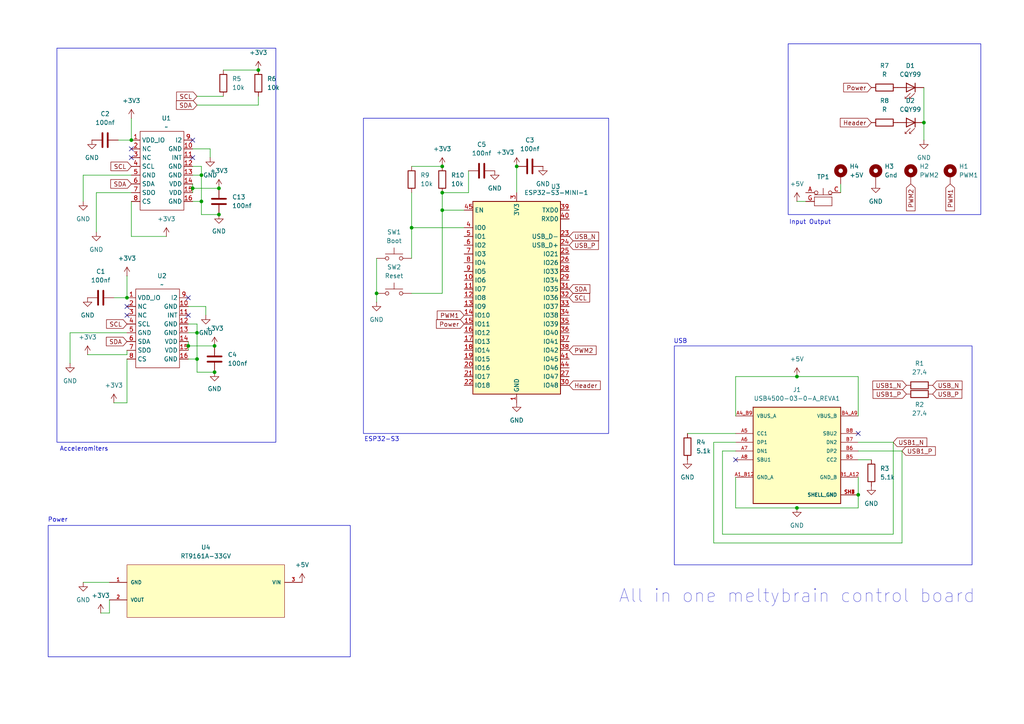
<source format=kicad_sch>
(kicad_sch (version 20250114) (generator "eeschema") (generator_version "9.0")
  (paper "A4")
  (lib_symbols
    (symbol "Adafruit_H3LIS331_1"
      (property "Reference" "U" (at 2.286 21.336 0))
      (symbol "Adafruit_H3LIS331_1_0_1"
        (rectangle (start -3.81 19.05) (end 8.89 -3.81))
      )
      (symbol "Adafruit_H3LIS331_1_1_1"
        (pin input line (at -6.35 16.51 0) (length 2.54) (name "VDD_IO") (number "1"))
        (pin output line (at -6.35 13.97 0) (length 2.54) (name "NC") (number "2"))
        (pin output line (at -6.35 11.43 0) (length 2.54) (name "NC") (number "3"))
        (pin input line (at -6.35 8.89 0) (length 2.54) (name "SCL") (number "4"))
        (pin output line (at -6.35 6.35 0) (length 2.54) (name "GND") (number "5"))
        (pin output line (at -6.35 3.81 0) (length 2.54) (name "SDA") (number "6"))
        (pin output line (at -6.35 1.27 0) (length 2.54) (name "SDO") (number "7"))
        (pin output line (at -6.35 -1.27 0) (length 2.54) (name "CS") (number "8"))
        (pin output line (at 11.43 16.51 180) (length 2.54) (name "I2") (number "9"))
        (pin output line (at 11.43 13.97 180) (length 2.54) (name "GND") (number "10"))
        (pin output line (at 11.43 11.43 180) (length 2.54) (name "INT") (number "11"))
        (pin output line (at 11.43 8.89 180) (length 2.54) (name "GND") (number "12"))
        (pin output line (at 11.43 6.35 180) (length 2.54) (name "GND") (number "13"))
        (pin output line (at 11.43 3.81 180) (length 2.54) (name "VDD") (number "14"))
        (pin output line (at 11.43 1.27 180) (length 2.54) (name "VDD") (number "15"))
        (pin output line (at 11.43 -1.27 180) (length 2.54) (name "GND") (number "16"))
      )
    )
    (symbol "Connector:CoaxialSwitch_Testpoint" (pin_names (offset 1.016) (hide yes))
      (property "Reference" "TP" (at 0 -3.81 0))
      (property "Value" "CoaxialSwitch_Testpoint" (at 0 3.81 0))
      (symbol "CoaxialSwitch_Testpoint_0_1"
        (rectangle (start -2.54 0) (end -2.54 -2.54))
        (rectangle (start -2.54 -2.54) (end 2.54 -2.54))
        (rectangle (start 2.54 0) (end -2.54 0))
        (rectangle (start 2.54 0) (end 2.54 -2.54))
      )
      (symbol "CoaxialSwitch_Testpoint_1_1"
        (polyline (pts (xy -2.54 0.635) (xy 2.54 0.635)))
        (circle (center -2.032 1.27) (radius 0.508))
        (polyline (pts (xy 0 0.635) (xy 0 2.54)))
        (circle (center 2.032 1.27) (radius 0.508))
        (pin passive line (at -5.08 1.27 0) (length 2.54) (name "C") (number "C"))
        (pin passive line (at 5.08 1.27 180) (length 2.54) (name "A") (number "A"))
        (pin passive line (at 5.08 -1.27 180) (length 2.54) (name "G") (number "G"))
      )
    )
    (symbol "Device:C" (pin_numbers (hide yes)) (pin_names (offset 0.254))
      (property "Reference" "C" (at 0.635 2.54 0))
      (property "Value" "C" (at 0.635 -2.54 0))
      (symbol "C_0_1"
        (polyline (pts (xy -2.032 0.762) (xy 2.032 0.762)) (stroke (width 0.508)))
        (polyline (pts (xy -2.032 -0.762) (xy 2.032 -0.762)) (stroke (width 0.508)))
      )
      (symbol "C_1_1"
        (pin passive line (at 0 3.81 270) (length 2.794) (name "~") (number "1"))
        (pin passive line (at 0 -3.81 90) (length 2.794) (name "~") (number "2"))
      )
    )
    (symbol "Device:R" (pin_numbers (hide yes)) (pin_names (offset 0))
      (property "Reference" "R" (at 2.032 0 90))
      (property "Value" "R" (at 0 0 90))
      (symbol "R_0_1"
        (rectangle (start -1.016 -2.54) (end 1.016 2.54) (stroke (width 0.254)))
      )
      (symbol "R_1_1"
        (pin passive line (at 0 3.81 270) (length 1.27) (name "~") (number "1"))
        (pin passive line (at 0 -3.81 90) (length 1.27) (name "~") (number "2"))
      )
    )
    (symbol "LED:CQY99" (pin_numbers (hide yes)) (pin_names (offset 1.016) (hide yes))
      (property "Reference" "D" (at 0.508 1.778 0))
      (property "Value" "CQY99" (at -1.016 -2.794 0))
      (symbol "CQY99_0_1"
        (polyline (pts (xy -2.54 1.27) (xy -2.54 -1.27)) (stroke (width 0.254)))
        (polyline (pts (xy -2.413 1.651) (xy -0.889 3.175) (xy -0.889 2.667) (xy -0.889 3.175) (xy -1.397 3.175)))
        (polyline (pts (xy -1.143 1.651) (xy 0.381 3.175) (xy 0.381 2.667)))
        (polyline (pts (xy 0 0) (xy -2.54 0)))
        (polyline (pts (xy 0 -1.27) (xy -2.54 0) (xy 0 1.27) (xy 0 -1.27)) (stroke (width 0.254)))
        (polyline (pts (xy 0.381 3.175) (xy -0.127 3.175)))
      )
      (symbol "CQY99_1_1"
        (pin passive line (at -5.08 0 0) (length 2.54) (name "K") (number "1"))
        (pin passive line (at 2.54 0 180) (length 2.54) (name "A") (number "2"))
      )
    )
    (symbol "Mechanical:MountingHole_Pad_MP" (pin_numbers (hide yes)) (pin_names (offset 1.016) (hide yes)) (exclude_from_sim yes) (in_bom no)
      (property "Reference" "H" (at 0 6.35 0))
      (property "Value" "MountingHole_Pad_MP" (at 0 4.445 0))
      (symbol "MountingHole_Pad_MP_0_1"
        (circle (center 0 1.27) (radius 1.27) (stroke (width 1.27)))
      )
      (symbol "MountingHole_Pad_MP_1_1"
        (pin input line (at 0 -2.54 90) (length 2.54) (name "MP") (number "MP"))
      )
    )
    (symbol "PMEG3005CT_215:RT9161A-33GV" (pin_names (offset 1.016))
      (property "Reference" "U" (at 21.2611 6.6298 0))
      (property "Value" "RT9161A-33GV" (at 23.4477 -13.1338 0))
      (symbol "RT9161A-33GV_0_0"
        (rectangle (start 5.08 -10.16) (end 50.8 5.08) (stroke (width 0.127)) (fill (type background)))
      )
      (symbol "RT9161A-33GV_1_0"
        (pin passive line (at 0 0 0) (length 5.08) (name "GND") (number "1"))
        (pin passive line (at 0 -5.08 0) (length 5.08) (name "VOUT") (number "2"))
        (pin passive line (at 55.88 0 180) (length 5.08) (name "VIN") (number "3"))
      )
    )
    (symbol "RF_Module:ESP32-S3-MINI-1"
      (property "Reference" "U" (at -11.43 29.21 0))
      (property "Value" "ESP32-S3-MINI-1" (at 12.7 29.21 0))
      (symbol "ESP32-S3-MINI-1_0_1"
        (rectangle (start -12.7 27.94) (end 12.7 -27.94) (stroke (width 0.254)) (fill (type background)))
      )
      (symbol "ESP32-S3-MINI-1_1_1"
        (pin input line (at -15.24 25.4 0) (length 2.54) (name "EN") (number "45"))
        (pin bidirectional line (at -15.24 20.32 0) (length 2.54) (name "IO0") (number "4"))
        (pin bidirectional line (at -15.24 17.78 0) (length 2.54) (name "IO1") (number "5"))
        (pin bidirectional line (at -15.24 15.24 0) (length 2.54) (name "IO2") (number "6"))
        (pin bidirectional line (at -15.24 12.7 0) (length 2.54) (name "IO3") (number "7"))
        (pin bidirectional line (at -15.24 10.16 0) (length 2.54) (name "IO4") (number "8"))
        (pin bidirectional line (at -15.24 7.62 0) (length 2.54) (name "IO5") (number "9"))
        (pin bidirectional line (at -15.24 5.08 0) (length 2.54) (name "IO6") (number "10"))
        (pin bidirectional line (at -15.24 2.54 0) (length 2.54) (name "IO7") (number "11"))
        (pin bidirectional line (at -15.24 0 0) (length 2.54) (name "IO8") (number "12"))
        (pin bidirectional line (at -15.24 -2.54 0) (length 2.54) (name "IO9") (number "13"))
        (pin bidirectional line (at -15.24 -5.08 0) (length 2.54) (name "IO10") (number "14"))
        (pin bidirectional line (at -15.24 -7.62 0) (length 2.54) (name "IO11") (number "15"))
        (pin bidirectional line (at -15.24 -10.16 0) (length 2.54) (name "IO12") (number "16"))
        (pin bidirectional line (at -15.24 -12.7 0) (length 2.54) (name "IO13") (number "17"))
        (pin bidirectional line (at -15.24 -15.24 0) (length 2.54) (name "IO14") (number "18"))
        (pin bidirectional line (at -15.24 -17.78 0) (length 2.54) (name "IO15") (number "19"))
        (pin bidirectional line (at -15.24 -20.32 0) (length 2.54) (name "IO16") (number "20"))
        (pin bidirectional line (at -15.24 -22.86 0) (length 2.54) (name "IO17") (number "21"))
        (pin bidirectional line (at -15.24 -25.4 0) (length 2.54) (name "IO18") (number "22"))
        (pin power_in line (at 0 30.48 270) (length 2.54) (name "3V3") (number "3"))
        (pin power_in line (at 0 -30.48 90) (length 2.54) (name "GND") (number "1"))
        (pin passive line (at 0 -30.48 90) (length 2.54) (hide yes) (name "GND") (number "2"))
        (pin passive line (at 0 -30.48 90) (length 2.54) (hide yes) (name "GND") (number "42"))
        (pin passive line (at 0 -30.48 90) (length 2.54) (hide yes) (name "GND") (number "43"))
        (pin passive line (at 0 -30.48 90) (length 2.54) (hide yes) (name "GND") (number "46"))
        (pin passive line (at 0 -30.48 90) (length 2.54) (hide yes) (name "GND") (number "47"))
        (pin passive line (at 0 -30.48 90) (length 2.54) (hide yes) (name "GND") (number "48"))
        (pin passive line (at 0 -30.48 90) (length 2.54) (hide yes) (name "GND") (number "49"))
        (pin passive line (at 0 -30.48 90) (length 2.54) (hide yes) (name "GND") (number "50"))
        (pin passive line (at 0 -30.48 90) (length 2.54) (hide yes) (name "GND") (number "51"))
        (pin passive line (at 0 -30.48 90) (length 2.54) (hide yes) (name "GND") (number "52"))
        (pin passive line (at 0 -30.48 90) (length 2.54) (hide yes) (name "GND") (number "53"))
        (pin passive line (at 0 -30.48 90) (length 2.54) (hide yes) (name "GND") (number "54"))
        (pin passive line (at 0 -30.48 90) (length 2.54) (hide yes) (name "GND") (number "55"))
        (pin passive line (at 0 -30.48 90) (length 2.54) (hide yes) (name "GND") (number "56"))
        (pin passive line (at 0 -30.48 90) (length 2.54) (hide yes) (name "GND") (number "57"))
        (pin passive line (at 0 -30.48 90) (length 2.54) (hide yes) (name "GND") (number "58"))
        (pin passive line (at 0 -30.48 90) (length 2.54) (hide yes) (name "GND") (number "59"))
        (pin passive line (at 0 -30.48 90) (length 2.54) (hide yes) (name "GND") (number "60"))
        (pin passive line (at 0 -30.48 90) (length 2.54) (hide yes) (name "GND") (number "61"))
        (pin passive line (at 0 -30.48 90) (length 2.54) (hide yes) (name "GND") (number "62"))
        (pin passive line (at 0 -30.48 90) (length 2.54) (hide yes) (name "GND") (number "63"))
        (pin passive line (at 0 -30.48 90) (length 2.54) (hide yes) (name "GND") (number "64"))
        (pin passive line (at 0 -30.48 90) (length 2.54) (hide yes) (name "GND") (number "65"))
        (pin bidirectional line (at 15.24 25.4 180) (length 2.54) (name "TXD0") (number "39"))
        (pin bidirectional line (at 15.24 22.86 180) (length 2.54) (name "RXD0") (number "40"))
        (pin bidirectional line (at 15.24 17.78 180) (length 2.54) (name "USB_D-") (number "23"))
        (pin bidirectional line (at 15.24 15.24 180) (length 2.54) (name "USB_D+") (number "24"))
        (pin bidirectional line (at 15.24 12.7 180) (length 2.54) (name "IO21") (number "25"))
        (pin bidirectional line (at 15.24 10.16 180) (length 2.54) (name "IO26") (number "26"))
        (pin bidirectional line (at 15.24 7.62 180) (length 2.54) (name "IO33") (number "28"))
        (pin bidirectional line (at 15.24 5.08 180) (length 2.54) (name "IO34") (number "29"))
        (pin bidirectional line (at 15.24 2.54 180) (length 2.54) (name "IO35") (number "31"))
        (pin bidirectional line (at 15.24 0 180) (length 2.54) (name "IO36") (number "32"))
        (pin bidirectional line (at 15.24 -2.54 180) (length 2.54) (name "IO37") (number "33"))
        (pin bidirectional line (at 15.24 -5.08 180) (length 2.54) (name "IO38") (number "34"))
        (pin bidirectional line (at 15.24 -7.62 180) (length 2.54) (name "IO39") (number "35"))
        (pin bidirectional line (at 15.24 -10.16 180) (length 2.54) (name "IO40") (number "36"))
        (pin bidirectional line (at 15.24 -12.7 180) (length 2.54) (name "IO41") (number "37"))
        (pin bidirectional line (at 15.24 -15.24 180) (length 2.54) (name "IO42") (number "38"))
        (pin bidirectional line (at 15.24 -17.78 180) (length 2.54) (name "IO45") (number "41"))
        (pin bidirectional line (at 15.24 -20.32 180) (length 2.54) (name "IO46") (number "44"))
        (pin bidirectional line (at 15.24 -22.86 180) (length 2.54) (name "IO47") (number "27"))
        (pin bidirectional line (at 15.24 -25.4 180) (length 2.54) (name "IO48") (number "30"))
      )
    )
    (symbol "Switch:SW_Push" (pin_numbers (hide yes)) (pin_names (offset 1.016) (hide yes))
      (property "Reference" "SW" (at 1.27 2.54 0))
      (property "Value" "SW_Push" (at 0 -1.524 0))
      (symbol "SW_Push_0_1"
        (circle (center -2.032 0) (radius 0.508))
        (polyline (pts (xy 0 1.27) (xy 0 3.048)))
        (circle (center 2.032 0) (radius 0.508))
        (polyline (pts (xy 2.54 1.27) (xy -2.54 1.27)))
        (pin passive line (at -5.08 0 0) (length 2.54) (name "1") (number "1"))
        (pin passive line (at 5.08 0 180) (length 2.54) (name "2") (number "2"))
      )
    )
    (symbol "USB4500-03-0-A_REVA1:USB4500-03-0-A_REVA1" (pin_names (offset 1.016))
      (property "Reference" "J" (at -12.7 16.002 0))
      (property "Value" "USB4500-03-0-A_REVA1" (at -12.7 -13.462 0))
      (symbol "USB4500-03-0-A_REVA1_0_0"
        (rectangle (start -12.7 -12.7) (end 12.7 15.24) (stroke (width 0.254)) (fill (type background)))
        (pin power_in line (at -17.78 12.7 0) (length 5.08) (name "VBUS_A") (number "A4_B9"))
        (pin bidirectional line (at -17.78 7.62 0) (length 5.08) (name "CC1") (number "A5"))
        (pin bidirectional line (at -17.78 5.08 0) (length 5.08) (name "DP1") (number "A6"))
        (pin bidirectional line (at -17.78 2.54 0) (length 5.08) (name "DN1") (number "A7"))
        (pin bidirectional line (at -17.78 0 0) (length 5.08) (name "SBU1") (number "A8"))
        (pin power_in line (at -17.78 -5.08 0) (length 5.08) (name "GND_A") (number "A1_B12"))
        (pin power_in line (at 17.78 12.7 180) (length 5.08) (name "VBUS_B") (number "B4_A9"))
        (pin bidirectional line (at 17.78 7.62 180) (length 5.08) (name "SBU2") (number "B8"))
        (pin bidirectional line (at 17.78 5.08 180) (length 5.08) (name "DN2") (number "B7"))
        (pin bidirectional line (at 17.78 2.54 180) (length 5.08) (name "DP2") (number "B6"))
        (pin bidirectional line (at 17.78 0 180) (length 5.08) (name "CC2") (number "B5"))
        (pin power_in line (at 17.78 -5.08 180) (length 5.08) (name "GND_B") (number "B1_A12"))
        (pin power_in line (at 17.78 -10.16 180) (length 5.08) (name "SHELL_GND") (number "SH1"))
        (pin power_in line (at 17.78 -10.16 180) (length 5.08) (name "SHELL_GND") (number "SH2"))
        (pin power_in line (at 17.78 -10.16 180) (length 5.08) (name "SHELL_GND") (number "SH3"))
        (pin power_in line (at 17.78 -10.16 180) (length 5.08) (name "SHELL_GND") (number "SH4"))
      )
    )
    (symbol "power:+3V3" (power) (pin_numbers (hide yes)) (pin_names (offset 0) (hide yes))
      (property "Value" "+3V3" (at 0 3.556 0))
      (symbol "+3V3_0_1"
        (polyline (pts (xy -0.762 1.27) (xy 0 2.54)))
        (polyline (pts (xy 0 2.54) (xy 0.762 1.27)))
        (polyline (pts (xy 0 0) (xy 0 2.54)))
      )
      (symbol "+3V3_1_1"
        (pin power_in line (at 0 0 90) (length 0) (name "~") (number "1"))
      )
    )
    (symbol "power:+5V" (power) (pin_numbers (hide yes)) (pin_names (offset 0) (hide yes))
      (property "Value" "+5V" (at 0 3.556 0))
      (symbol "+5V_0_1"
        (polyline (pts (xy -0.762 1.27) (xy 0 2.54)))
        (polyline (pts (xy 0 2.54) (xy 0.762 1.27)))
        (polyline (pts (xy 0 0) (xy 0 2.54)))
      )
      (symbol "+5V_1_1"
        (pin power_in line (at 0 0 90) (length 0) (name "~") (number "1"))
      )
    )
    (symbol "power:GND" (power) (pin_numbers (hide yes)) (pin_names (offset 0) (hide yes))
      (property "Value" "GND" (at 0 -3.81 0))
      (symbol "GND_0_1"
        (polyline (pts (xy 0 0) (xy 0 -1.27) (xy 1.27 -1.27) (xy 0 -2.54) (xy -1.27 -1.27) (xy 0 -1.27)))
      )
      (symbol "GND_1_1"
        (pin power_in line (at 0 0 270) (length 0) (name "~") (number "1"))
      )
    )
  )
  (rectangle (start 16.51 13.97) (end 80.01 128.27))
  (rectangle (start 228.6 12.7) (end 284.48 62.23))
  (rectangle (start 105.41 34.29) (end 176.53 125.73))
  (rectangle (start 195.58 100.33) (end 281.94 163.83))
  (rectangle (start 13.97 152.4) (end 101.6 190.5))
  (text "Power" (at 16.764 150.876 0) (effects (font (size 1.27 1.27))))
  (text "Acceleromiters" (at 24.384 130.302 0) (effects (font (size 1.27 1.27))))
  (text "USB" (at 197.358 99.06 0) (effects (font (size 1.27 1.27))))
  (text "All in one meltybrain control board" (at 231.14 172.974 0) (effects (font (size 3.81 3.81) (thickness 0.0406) (bold yes))))
  (text "ESP32-S3" (at 110.744 127.508 0) (effects (font (size 1.27 1.27))))
  (text "Input Output" (at 234.95 64.516 0) (effects (font (size 1.27 1.27))))
  (junction (at 63.5 54.61))
  (junction (at 58.42 58.42))
  (junction (at 128.27 48.26))
  (junction (at 57.15 104.14))
  (junction (at 74.93 20.32))
  (junction (at 58.42 50.8))
  (junction (at 109.22 85.09))
  (junction (at 119.38 66.04))
  (junction (at 62.23 107.95))
  (junction (at 55.88 54.61))
  (junction (at 149.86 48.26))
  (junction (at 267.97 35.56))
  (junction (at 63.5 62.23))
  (junction (at 128.27 60.96))
  (junction (at 231.14 147.32))
  (junction (at 128.27 55.88))
  (junction (at 54.61 100.33))
  (junction (at 62.23 100.33))
  (junction (at 57.15 96.52))
  (junction (at 38.1 40.64))
  (junction (at 231.14 109.22))
  (junction (at 36.83 86.36))
  (junction (at 248.92 143.51))
  (no_connect (at 54.61 86.36))
  (no_connect (at 38.1 45.72))
  (no_connect (at 55.88 40.64))
  (no_connect (at 55.88 45.72))
  (no_connect (at 248.92 125.73))
  (no_connect (at 38.1 43.18))
  (no_connect (at 36.83 91.44))
  (no_connect (at 36.83 88.9))
  (no_connect (at 54.61 91.44))
  (no_connect (at 213.36 133.35))
  (wire (pts (xy 267.97 25.4) (xy 267.97 35.56)))
  (wire (pts (xy 213.36 128.27) (xy 207.01 128.27)))
  (wire (pts (xy 36.83 102.87) (xy 36.83 101.6)))
  (wire (pts (xy 24.13 168.91) (xy 31.75 168.91)))
  (wire (pts (xy 248.92 143.51) (xy 248.92 147.32)))
  (wire (pts (xy 128.27 85.09) (xy 128.27 60.96)))
  (wire (pts (xy 57.15 93.98) (xy 57.15 96.52)))
  (wire (pts (xy 55.88 48.26) (xy 58.42 48.26)))
  (wire (pts (xy 58.42 50.8) (xy 58.42 58.42)))
  (wire (pts (xy 248.92 147.32) (xy 231.14 147.32)))
  (wire (pts (xy 36.83 116.84) (xy 33.02 116.84)))
  (wire (pts (xy 57.15 30.48) (xy 74.93 30.48)))
  (wire (pts (xy 248.92 133.35) (xy 252.73 133.35)))
  (wire (pts (xy 57.15 107.95) (xy 62.23 107.95)))
  (wire (pts (xy 55.88 53.34) (xy 55.88 54.61)))
  (wire (pts (xy 31.75 173.99) (xy 31.75 177.8)))
  (wire (pts (xy 55.88 58.42) (xy 58.42 58.42)))
  (wire (pts (xy 248.92 130.81) (xy 261.62 130.81)))
  (wire (pts (xy 209.55 130.81) (xy 209.55 154.94)))
  (wire (pts (xy 128.27 55.88) (xy 128.27 60.96)))
  (wire (pts (xy 58.42 58.42) (xy 58.42 62.23)))
  (wire (pts (xy 55.88 54.61) (xy 63.5 54.61)))
  (wire (pts (xy 248.92 120.65) (xy 248.92 109.22)))
  (wire (pts (xy 128.27 60.96) (xy 134.62 60.96)))
  (wire (pts (xy 109.22 85.09) (xy 109.22 87.63)))
  (wire (pts (xy 213.36 120.65) (xy 213.36 109.22)))
  (wire (pts (xy 248.92 138.43) (xy 248.92 143.51)))
  (wire (pts (xy 54.61 96.52) (xy 57.15 96.52)))
  (wire (pts (xy 24.13 58.42) (xy 24.13 50.8)))
  (wire (pts (xy 119.38 66.04) (xy 119.38 74.93)))
  (wire (pts (xy 57.15 96.52) (xy 57.15 104.14)))
  (wire (pts (xy 207.01 157.48) (xy 261.62 157.48)))
  (wire (pts (xy 213.36 130.81) (xy 209.55 130.81)))
  (wire (pts (xy 20.32 105.41) (xy 20.32 96.52)))
  (wire (pts (xy 25.4 102.87) (xy 36.83 102.87)))
  (wire (pts (xy 261.62 130.81) (xy 261.62 157.48)))
  (wire (pts (xy 109.22 74.93) (xy 109.22 85.09)))
  (wire (pts (xy 135.89 49.53) (xy 135.89 55.88)))
  (wire (pts (xy 55.88 54.61) (xy 55.88 55.88)))
  (wire (pts (xy 213.36 147.32) (xy 231.14 147.32)))
  (wire (pts (xy 38.1 55.88) (xy 27.94 55.88)))
  (wire (pts (xy 119.38 55.88) (xy 119.38 66.04)))
  (wire (pts (xy 199.39 125.73) (xy 213.36 125.73)))
  (wire (pts (xy 59.69 88.9) (xy 59.69 91.44)))
  (wire (pts (xy 57.15 104.14) (xy 57.15 107.95)))
  (wire (pts (xy 20.32 96.52) (xy 36.83 96.52)))
  (wire (pts (xy 54.61 99.06) (xy 54.61 100.33)))
  (wire (pts (xy 31.75 177.8) (xy 29.21 177.8)))
  (wire (pts (xy 36.83 80.01) (xy 36.83 86.36)))
  (wire (pts (xy 55.88 50.8) (xy 58.42 50.8)))
  (wire (pts (xy 248.92 109.22) (xy 231.14 109.22)))
  (wire (pts (xy 213.36 138.43) (xy 213.36 147.32)))
  (wire (pts (xy 24.13 50.8) (xy 38.1 50.8)))
  (wire (pts (xy 209.55 154.94) (xy 259.08 154.94)))
  (wire (pts (xy 58.42 48.26) (xy 58.42 50.8)))
  (wire (pts (xy 54.61 88.9) (xy 59.69 88.9)))
  (wire (pts (xy 207.01 128.27) (xy 207.01 157.48)))
  (wire (pts (xy 213.36 109.22) (xy 231.14 109.22)))
  (wire (pts (xy 27.94 55.88) (xy 27.94 67.31)))
  (wire (pts (xy 60.96 43.18) (xy 60.96 45.72)))
  (wire (pts (xy 231.14 58.42) (xy 233.68 58.42)))
  (wire (pts (xy 55.88 43.18) (xy 60.96 43.18)))
  (wire (pts (xy 64.77 20.32) (xy 74.93 20.32)))
  (wire (pts (xy 54.61 100.33) (xy 54.61 101.6)))
  (wire (pts (xy 54.61 104.14) (xy 57.15 104.14)))
  (wire (pts (xy 267.97 35.56) (xy 267.97 40.64)))
  (wire (pts (xy 58.42 62.23) (xy 63.5 62.23)))
  (wire (pts (xy 33.02 86.36) (xy 36.83 86.36)))
  (wire (pts (xy 38.1 68.58) (xy 48.26 68.58)))
  (wire (pts (xy 74.93 30.48) (xy 74.93 27.94)))
  (wire (pts (xy 38.1 58.42) (xy 38.1 68.58)))
  (wire (pts (xy 38.1 34.29) (xy 38.1 40.64)))
  (wire (pts (xy 54.61 100.33) (xy 62.23 100.33)))
  (wire (pts (xy 243.84 53.34) (xy 243.84 55.88)))
  (wire (pts (xy 119.38 85.09) (xy 128.27 85.09)))
  (wire (pts (xy 57.15 27.94) (xy 64.77 27.94)))
  (wire (pts (xy 54.61 93.98) (xy 57.15 93.98)))
  (wire (pts (xy 149.86 48.26) (xy 149.86 55.88)))
  (wire (pts (xy 119.38 66.04) (xy 134.62 66.04)))
  (wire (pts (xy 119.38 48.26) (xy 128.27 48.26)))
  (wire (pts (xy 259.08 128.27) (xy 259.08 154.94)))
  (wire (pts (xy 248.92 128.27) (xy 259.08 128.27)))
  (wire (pts (xy 36.83 104.14) (xy 36.83 116.84)))
  (wire (pts (xy 34.29 40.64) (xy 38.1 40.64)))
  (wire (pts (xy 135.89 55.88) (xy 128.27 55.88)))
  (global_label "PWM1" (shape input) (at 275.59 53.34 270) (property "Intersheetrefs" "${INTERSHEET_REFS}" (effects (hide yes))))
  (global_label "PWM2" (shape input) (at 165.1 101.6 0) (property "Intersheetrefs" "${INTERSHEET_REFS}" (effects (hide yes))))
  (global_label "USB_N" (shape input) (at 165.1 68.58 0) (property "Intersheetrefs" "${INTERSHEET_REFS}" (effects (hide yes))))
  (global_label "SDA" (shape input) (at 57.15 30.48 180) (property "Intersheetrefs" "${INTERSHEET_REFS}" (effects (hide yes))))
  (global_label "SCL" (shape input) (at 57.15 27.94 180) (property "Intersheetrefs" "${INTERSHEET_REFS}" (effects (hide yes))))
  (global_label "USB1_P" (shape input) (at 261.62 130.81 0) (property "Intersheetrefs" "${INTERSHEET_REFS}" (effects (hide yes))))
  (global_label "USB_P" (shape input) (at 270.51 114.3 0) (property "Intersheetrefs" "${INTERSHEET_REFS}" (effects (hide yes))))
  (global_label "PWM2" (shape input) (at 264.16 53.34 270) (property "Intersheetrefs" "${INTERSHEET_REFS}" (effects (hide yes))))
  (global_label "USB1_N" (shape input) (at 259.08 128.27 0) (property "Intersheetrefs" "${INTERSHEET_REFS}" (effects (hide yes))))
  (global_label "USB1_N" (shape input) (at 262.89 111.76 180) (property "Intersheetrefs" "${INTERSHEET_REFS}" (effects (hide yes))))
  (global_label "SCL" (shape input) (at 36.83 93.98 180) (property "Intersheetrefs" "${INTERSHEET_REFS}" (effects (hide yes))))
  (global_label "Header" (shape input) (at 165.1 111.76 0) (property "Intersheetrefs" "${INTERSHEET_REFS}" (effects (hide yes))))
  (global_label "SDA" (shape input) (at 165.1 83.82 0) (property "Intersheetrefs" "${INTERSHEET_REFS}" (effects (hide yes))))
  (global_label "Power" (shape input) (at 134.62 93.98 180) (property "Intersheetrefs" "${INTERSHEET_REFS}" (effects (hide yes))))
  (global_label "SDA" (shape input) (at 36.83 99.06 180) (property "Intersheetrefs" "${INTERSHEET_REFS}" (effects (hide yes))))
  (global_label "PWM1" (shape input) (at 134.62 91.44 180) (property "Intersheetrefs" "${INTERSHEET_REFS}" (effects (hide yes))))
  (global_label "SCL" (shape input) (at 165.1 86.36 0) (property "Intersheetrefs" "${INTERSHEET_REFS}" (effects (hide yes))))
  (global_label "SDA" (shape input) (at 38.1 53.34 180) (property "Intersheetrefs" "${INTERSHEET_REFS}" (effects (hide yes))))
  (global_label "USB_N" (shape input) (at 270.51 111.76 0) (property "Intersheetrefs" "${INTERSHEET_REFS}" (effects (hide yes))))
  (global_label "Header" (shape input) (at 252.73 35.56 180) (property "Intersheetrefs" "${INTERSHEET_REFS}" (effects (hide yes))))
  (global_label "Power" (shape input) (at 252.73 25.4 180) (property "Intersheetrefs" "${INTERSHEET_REFS}" (effects (hide yes))))
  (global_label "USB_P" (shape input) (at 165.1 71.12 0) (property "Intersheetrefs" "${INTERSHEET_REFS}" (effects (hide yes))))
  (global_label "SCL" (shape input) (at 38.1 48.26 180) (property "Intersheetrefs" "${INTERSHEET_REFS}" (effects (hide yes))))
  (global_label "USB1_P" (shape input) (at 262.89 114.3 180) (property "Intersheetrefs" "${INTERSHEET_REFS}" (effects (hide yes))))
  (symbol (lib_id "Device:R") (at 266.7 114.3 270) (unit 1)
    (property "Reference" "R2" (at 266.7 117.348 90))
    (property "Value" "27.4" (at 266.7 119.888 90))
    (property "Footprint" "Capacitor_SMD:C_01005_0402Metric" (effects (hide yes)))
    (property "Description" "Resistor" (effects (hide yes)))
  )
  (symbol (lib_id "power:GND") (at 20.32 105.41 0) (unit 1)
    (property "Reference" "#PWR03" (effects (hide yes)))
    (property "Value" "GND" (at 20.32 110.49 0))
    (property "Description" "Power symbol creates a global label with name \"GND\" , ground" (effects (hide yes)))
  )
  (symbol (lib_id "power:+3V3") (at 149.86 48.26 0) (unit 1)
    (property "Reference" "#PWR06" (effects (hide yes)))
    (property "Value" "+3V3" (at 146.558 44.196 0))
    (property "Description" "Power symbol creates a global label with name \"+3V3\"" (effects (hide yes)))
  )
  (symbol (lib_id "Device:R") (at 128.27 52.07 0) (unit 1)
    (property "Reference" "R10" (at 130.81 50.7999 0) (effects (justify left)))
    (property "Value" "10k" (at 130.81 53.3399 0) (effects (justify left)))
    (property "Footprint" "Capacitor_SMD:C_01005_0402Metric" (effects (hide yes)))
    (property "Description" "Resistor" (effects (hide yes)))
  )
  (symbol (lib_id "power:+3V3") (at 62.23 100.33 0) (unit 1)
    (property "Reference" "#PWR029" (effects (hide yes)))
    (property "Value" "+3V3" (at 62.23 95.25 0))
    (property "Description" "Power symbol creates a global label with name \"+3V3\"" (effects (hide yes)))
  )
  (symbol (lib_id "Switch:SW_Push") (at 114.3 85.09 0) (unit 1)
    (property "Reference" "SW2" (at 114.3 77.47 0))
    (property "Value" "Reset" (at 114.3 80.01 0))
    (property "Footprint" "Button_Switch_SMD:SW_SPST_CK_RS282G05A3" (effects (hide yes)))
    (property "Description" "Push button switch, generic, two pins" (effects (hide yes)))
  )
  (symbol (lib_id "power:+5V") (at 231.14 109.22 0) (unit 1)
    (property "Reference" "#PWR017" (effects (hide yes)))
    (property "Value" "+5V" (at 231.14 104.14 0))
    (property "Description" "Power symbol creates a global label with name \"+5V\"" (effects (hide yes)))
  )
  (symbol (lib_id "Device:R") (at 256.54 25.4 90) (unit 1)
    (property "Reference" "R7" (at 256.54 19.05 90))
    (property "Value" "R" (at 256.54 21.59 90))
    (property "Footprint" "Capacitor_SMD:C_01005_0402Metric" (effects (hide yes)))
    (property "Description" "Resistor" (effects (hide yes)))
  )
  (symbol (lib_id "Switch:SW_Push") (at 114.3 74.93 0) (unit 1)
    (property "Reference" "SW1" (at 114.3 67.31 0))
    (property "Value" "Boot" (at 114.3 69.85 0))
    (property "Footprint" "Button_Switch_SMD:SW_SPST_CK_RS282G05A3" (effects (hide yes)))
    (property "Description" "Push button switch, generic, two pins" (effects (hide yes)))
  )
  (symbol (lib_id "power:GND") (at 24.13 168.91 0) (unit 1)
    (property "Reference" "#PWR011" (effects (hide yes)))
    (property "Value" "GND" (at 24.13 173.99 0))
    (property "Description" "Power symbol creates a global label with name \"GND\" , ground" (effects (hide yes)))
  )
  (symbol (lib_id "power:GND") (at 25.4 86.36 0) (unit 1)
    (property "Reference" "#PWR02" (effects (hide yes)))
    (property "Value" "GND" (at 25.4 91.44 0))
    (property "Description" "Power symbol creates a global label with name \"GND\" , ground" (effects (hide yes)))
  )
  (symbol (lib_id "Mechanical:MountingHole_Pad_MP") (at 243.84 50.8 0) (unit 1) (exclude_from_sim yes) (in_bom no)
    (property "Reference" "H4" (at 246.38 48.2599 0) (effects (justify left)))
    (property "Value" "+5V" (at 246.38 50.7999 0) (effects (justify left)))
    (property "Footprint" "TestPoint:TestPoint_Pad_2.5x2.5mm" (effects (hide yes)))
    (property "Description" "Mounting Hole with connection as pad named MP" (effects (hide yes)))
  )
  (symbol (lib_name "Adafruit_H3LIS331_1") (lib_id "New_Library:Adafruit_H3LIS331") (at 44.45 57.15 0) (unit 1)
    (property "Reference" "U1" (at 48.26 34.29 0))
    (property "Value" "~" (at 48.26 36.83 0))
    (property "Footprint" "USB4500-03-0-A_REVA1:QFN300X300X100-16N" (effects (hide yes)))
  )
  (symbol (lib_id "power:GND") (at 62.23 107.95 0) (unit 1)
    (property "Reference" "#PWR030" (effects (hide yes)))
    (property "Value" "GND" (at 62.23 112.776 0))
    (property "Description" "Power symbol creates a global label with name \"GND\" , ground" (effects (hide yes)))
  )
  (symbol (lib_id "Device:R") (at 256.54 35.56 90) (unit 1)
    (property "Reference" "R8" (at 256.54 29.21 90))
    (property "Value" "R" (at 256.54 31.75 90))
    (property "Footprint" "Capacitor_SMD:C_01005_0402Metric" (effects (hide yes)))
    (property "Description" "Resistor" (effects (hide yes)))
  )
  (symbol (lib_id "power:+3V3") (at 38.1 34.29 0) (unit 1)
    (property "Reference" "#PWR05" (effects (hide yes)))
    (property "Value" "+3V3" (at 38.1 29.21 0))
    (property "Description" "Power symbol creates a global label with name \"+3V3\"" (effects (hide yes)))
  )
  (symbol (lib_name "Adafruit_H3LIS331_1") (lib_id "New_Library:Adafruit_H3LIS331") (at 43.18 102.87 0) (unit 1)
    (property "Reference" "U2" (at 46.99 80.01 0))
    (property "Value" "~" (at 46.99 82.55 0))
    (property "Footprint" "USB4500-03-0-A_REVA1:QFN300X300X100-16N" (effects (hide yes)))
  )
  (symbol (lib_id "power:GND") (at 60.96 45.72 0) (unit 1)
    (property "Reference" "#PWR015" (effects (hide yes)))
    (property "Value" "GND" (at 60.96 50.8 0))
    (property "Description" "Power symbol creates a global label with name \"GND\" , ground" (effects (hide yes)))
  )
  (symbol (lib_id "Device:C") (at 153.67 48.26 270) (unit 1)
    (property "Reference" "C3" (at 153.67 40.64 90))
    (property "Value" "100nf" (at 153.67 43.18 90))
    (property "Footprint" "Capacitor_SMD:C_01005_0402Metric" (effects (hide yes)))
    (property "Description" "Unpolarized capacitor" (effects (hide yes)))
  )
  (symbol (lib_id "LED:CQY99") (at 262.89 25.4 180) (unit 1)
    (property "Reference" "D1" (at 264.033 19.05 0))
    (property "Value" "CQY99" (at 264.033 21.59 0))
    (property "Footprint" "LED_THT:LED_D5.0mm_IRGrey" (effects (hide yes)))
    (property "Datasheet" "https://www.prtice.info/IMG/pdf/CQY99.pdf" (effects (hide yes)))
    (property "Description" "950nm IR-LED, 5mm" (effects (hide yes)))
  )
  (symbol (lib_id "power:GND") (at 109.22 87.63 0) (unit 1)
    (property "Reference" "#PWR027" (effects (hide yes)))
    (property "Value" "GND" (at 109.22 92.71 0))
    (property "Description" "Power symbol creates a global label with name \"GND\" , ground" (effects (hide yes)))
  )
  (symbol (lib_id "Mechanical:MountingHole_Pad_MP") (at 275.59 50.8 0) (unit 1) (exclude_from_sim yes) (in_bom no)
    (property "Reference" "H1" (at 278.13 48.2599 0) (effects (justify left)))
    (property "Value" "PWM1" (at 278.13 50.7999 0) (effects (justify left)))
    (property "Footprint" "TestPoint:TestPoint_Pad_2.5x2.5mm" (effects (hide yes)))
    (property "Description" "Mounting Hole with connection as pad named MP" (effects (hide yes)))
  )
  (symbol (lib_id "power:+3V3") (at 48.26 68.58 0) (unit 1)
    (property "Reference" "#PWR033" (effects (hide yes)))
    (property "Value" "+3V3" (at 48.26 63.5 0))
    (property "Description" "Power symbol creates a global label with name \"+3V3\"" (effects (hide yes)))
  )
  (symbol (lib_id "Device:R") (at 252.73 137.16 0) (unit 1)
    (property "Reference" "R3" (at 255.27 135.8899 0) (effects (justify left)))
    (property "Value" "5.1k" (at 255.27 138.4299 0) (effects (justify left)))
    (property "Footprint" "Capacitor_SMD:C_01005_0402Metric" (effects (hide yes)))
    (property "Description" "Resistor" (effects (hide yes)))
  )
  (symbol (lib_id "power:+3V3") (at 36.83 80.01 0) (unit 1)
    (property "Reference" "#PWR018" (effects (hide yes)))
    (property "Value" "+3V3" (at 36.83 74.93 0))
    (property "Description" "Power symbol creates a global label with name \"+3V3\"" (effects (hide yes)))
  )
  (symbol (lib_id "power:GND") (at 59.69 91.44 0) (unit 1)
    (property "Reference" "#PWR023" (effects (hide yes)))
    (property "Value" "GND" (at 59.69 96.52 0))
    (property "Description" "Power symbol creates a global label with name \"GND\" , ground" (effects (hide yes)))
  )
  (symbol (lib_id "power:GND") (at 252.73 140.97 0) (unit 1)
    (property "Reference" "#PWR020" (effects (hide yes)))
    (property "Value" "GND" (at 252.73 146.05 0))
    (property "Description" "Power symbol creates a global label with name \"GND\" , ground" (effects (hide yes)))
  )
  (symbol (lib_id "power:+3V3") (at 63.5 54.61 0) (unit 1)
    (property "Reference" "#PWR014" (effects (hide yes)))
    (property "Value" "+3V3" (at 63.5 49.53 0))
    (property "Description" "Power symbol creates a global label with name \"+3V3\"" (effects (hide yes)))
  )
  (symbol (lib_id "LED:CQY99") (at 262.89 35.56 180) (unit 1)
    (property "Reference" "D2" (at 264.033 29.21 0))
    (property "Value" "CQY99" (at 264.033 31.75 0))
    (property "Footprint" "LED_THT:LED_D5.0mm_IRGrey" (effects (hide yes)))
    (property "Datasheet" "https://www.prtice.info/IMG/pdf/CQY99.pdf" (effects (hide yes)))
    (property "Description" "950nm IR-LED, 5mm" (effects (hide yes)))
  )
  (symbol (lib_id "power:GND") (at 27.94 67.31 0) (unit 1)
    (property "Reference" "#PWR028" (effects (hide yes)))
    (property "Value" "GND" (at 27.94 72.39 0))
    (property "Description" "Power symbol creates a global label with name \"GND\" , ground" (effects (hide yes)))
  )
  (symbol (lib_id "Device:R") (at 266.7 111.76 90) (unit 1)
    (property "Reference" "R1" (at 266.7 105.41 90))
    (property "Value" "27.4" (at 266.7 107.95 90))
    (property "Footprint" "Capacitor_SMD:C_01005_0402Metric" (effects (hide yes)))
    (property "Description" "Resistor" (effects (hide yes)))
  )
  (symbol (lib_id "RF_Module:ESP32-S3-MINI-1") (at 149.86 86.36 0) (unit 1)
    (property "Reference" "U3" (at 159.766 54.102 0) (effects (justify left)))
    (property "Value" "ESP32-S3-MINI-1" (at 152.0541 55.88 0) (effects (justify left)))
    (property "Footprint" "RF_Module:ESP32-S2-MINI-1" (effects (hide yes)))
    (property "Datasheet" "https://www.espressif.com/sites/default/files/documentation/esp32-s3-mini-1_mini-1u_datasheet_en.pdf" (effects (hide yes)))
    (property "Description" "RF Module, ESP32-S3 SoC, Wi-Fi 802.11b/g/n, Bluetooth, BLE, 32-bit, 3.3V, SMD, onboard antenna" (effects (hide yes)))
  )
  (symbol (lib_id "power:GND") (at 24.13 58.42 0) (unit 1)
    (property "Reference" "#PWR013" (effects (hide yes)))
    (property "Value" "GND" (at 24.13 63.5 0))
    (property "Description" "Power symbol creates a global label with name \"GND\" , ground" (effects (hide yes)))
  )
  (symbol (lib_id "power:GND") (at 199.39 133.35 0) (unit 1)
    (property "Reference" "#PWR021" (effects (hide yes)))
    (property "Value" "GND" (at 199.39 138.43 0))
    (property "Description" "Power symbol creates a global label with name \"GND\" , ground" (effects (hide yes)))
  )
  (symbol (lib_id "Device:R") (at 74.93 24.13 0) (unit 1)
    (property "Reference" "R6" (at 77.47 22.8599 0) (effects (justify left)))
    (property "Value" "10k" (at 77.47 25.3999 0) (effects (justify left)))
    (property "Footprint" "Capacitor_SMD:C_01005_0402Metric" (effects (hide yes)))
    (property "Description" "Resistor" (effects (hide yes)))
  )
  (symbol (lib_id "power:GND") (at 157.48 48.26 0) (unit 1)
    (property "Reference" "#PWR022" (effects (hide yes)))
    (property "Value" "GND" (at 157.48 53.34 0))
    (property "Description" "Power symbol creates a global label with name \"GND\" , ground" (effects (hide yes)))
  )
  (symbol (lib_id "power:+5V") (at 87.63 168.91 0) (unit 1)
    (property "Reference" "#PWR010" (effects (hide yes)))
    (property "Value" "+5V" (at 87.63 163.83 0))
    (property "Description" "Power symbol creates a global label with name \"+5V\"" (effects (hide yes)))
  )
  (symbol (lib_id "Mechanical:MountingHole_Pad_MP") (at 254 50.8 0) (unit 1) (exclude_from_sim yes) (in_bom no)
    (property "Reference" "H3" (at 256.54 48.2599 0) (effects (justify left)))
    (property "Value" "Gnd" (at 256.54 50.7999 0) (effects (justify left)))
    (property "Footprint" "TestPoint:TestPoint_Pad_2.5x2.5mm" (effects (hide yes)))
    (property "Description" "Mounting Hole with connection as pad named MP" (effects (hide yes)))
  )
  (symbol (lib_id "Mechanical:MountingHole_Pad_MP") (at 264.16 50.8 0) (unit 1) (exclude_from_sim yes) (in_bom no)
    (property "Reference" "H2" (at 266.7 48.2599 0) (effects (justify left)))
    (property "Value" "PWM2" (at 266.7 50.7999 0) (effects (justify left)))
    (property "Footprint" "TestPoint:TestPoint_Pad_2.5x2.5mm" (effects (hide yes)))
    (property "Description" "Mounting Hole with connection as pad named MP" (effects (hide yes)))
  )
  (symbol (lib_id "Device:C") (at 62.23 104.14 0) (unit 1)
    (property "Reference" "C4" (at 66.04 102.8699 0) (effects (justify left)))
    (property "Value" "100nf" (at 66.04 105.4099 0) (effects (justify left)))
    (property "Footprint" "Capacitor_SMD:C_01005_0402Metric" (effects (hide yes)))
    (property "Description" "Unpolarized capacitor" (effects (hide yes)))
  )
  (symbol (lib_id "power:+3V3") (at 25.4 102.87 0) (unit 1)
    (property "Reference" "#PWR031" (effects (hide yes)))
    (property "Value" "+3V3" (at 25.4 97.79 0))
    (property "Description" "Power symbol creates a global label with name \"+3V3\"" (effects (hide yes)))
  )
  (symbol (lib_id "power:GND") (at 231.14 147.32 0) (unit 1)
    (property "Reference" "#PWR012" (effects (hide yes)))
    (property "Value" "GND" (at 231.14 152.4 0))
    (property "Description" "Power symbol creates a global label with name \"GND\" , ground" (effects (hide yes)))
  )
  (symbol (lib_id "Device:C") (at 30.48 40.64 90) (unit 1)
    (property "Reference" "C2" (at 30.48 33.02 90))
    (property "Value" "100nf" (at 30.48 35.56 90))
    (property "Footprint" "Capacitor_SMD:C_01005_0402Metric" (effects (hide yes)))
    (property "Description" "Unpolarized capacitor" (effects (hide yes)))
  )
  (symbol (lib_id "power:GND") (at 149.86 116.84 0) (unit 1)
    (property "Reference" "#PWR07" (effects (hide yes)))
    (property "Value" "GND" (at 149.86 121.92 0))
    (property "Description" "Power symbol creates a global label with name \"GND\" , ground" (effects (hide yes)))
  )
  (symbol (lib_id "PMEG3005CT_215:RT9161A-33GV") (at 31.75 168.91 0) (unit 1)
    (property "Reference" "U4" (at 59.69 158.75 0))
    (property "Value" "RT9161A-33GV" (at 59.69 161.29 0))
    (property "Footprint" "USB4500-03-0-A_REVA1:5-3.3V LDO" (effects (hide yes)))
    (property "MF" "Nexperia USA" (effects (hide yes)))
    (property "Description_1" "\n                        \n                            Diode Array 1 Pair Common Cathode Schottky 30 V 500mA Surface Mount TO-236-3, SC-59, SOT-23-3\n                        \n" (effects (hide yes)))
    (property "PACKAGE" "SOT-23-3" (effects (hide yes)))
    (property "MPN" "PMEG3005CT,215" (effects (hide yes)))
    (property "Price" "None" (effects (hide yes)))
    (property "Package" "SOT23-3 Nexperia USA Inc." (effects (hide yes)))
    (property "OC_FARNELL" "-" (effects (hide yes)))
    (property "SnapEDA_Link" "https://www.snapeda.com/parts/PMEG3005CT,215/Nexperia/view-part/?ref=snap" (effects (hide yes)))
    (property "MP" "PMEG3005CT,215" (effects (hide yes)))
    (property "SUPPLIER" "NXP" (effects (hide yes)))
    (property "OC_NEWARK" "70R7696" (effects (hide yes)))
    (property "Availability" "In Stock" (effects (hide yes)))
    (property "Check_prices" "https://www.snapeda.com/parts/PMEG3005CT,215/Nexperia/view-part/?ref=eda" (effects (hide yes)))
  )
  (symbol (lib_id "power:GND") (at 254 53.34 0) (unit 1)
    (property "Reference" "#PWR09" (effects (hide yes)))
    (property "Value" "GND" (at 254 58.42 0))
    (property "Description" "Power symbol creates a global label with name \"GND\" , ground" (effects (hide yes)))
  )
  (symbol (lib_id "Device:R") (at 64.77 24.13 0) (unit 1)
    (property "Reference" "R5" (at 67.31 22.8599 0) (effects (justify left)))
    (property "Value" "10k" (at 67.31 25.3999 0) (effects (justify left)))
    (property "Footprint" "Capacitor_SMD:C_01005_0402Metric" (effects (hide yes)))
    (property "Description" "Resistor" (effects (hide yes)))
  )
  (symbol (lib_id "USB4500-03-0-A_REVA1:USB4500-03-0-A_REVA1") (at 231.14 133.35 0) (unit 1)
    (property "Reference" "J1" (at 231.14 113.03 0))
    (property "Value" "USB4500-03-0-A_REVA1" (at 231.14 115.57 0))
    (property "Footprint" "USB4500-03-0-A_REVA1:GCT_USB4500-03-0-A_REVA1" (effects (hide yes)))
    (property "MF" "Global Connector Technology" (effects (hide yes)))
    (property "MAXIMUM_PACKAGE_HEIGHT" "2.36 mm" (effects (hide yes)))
    (property "Package" "None" (effects (hide yes)))
    (property "Price" "None" (effects (hide yes)))
    (property "Check_prices" "https://www.snapeda.com/parts/USB4500-03-0-A/Global+Connector+Technology/view-part/?ref=eda" (effects (hide yes)))
    (property "STANDARD" "Manufacturer Recommendations" (effects (hide yes)))
    (property "PARTREV" "A1" (effects (hide yes)))
    (property "SnapEDA_Link" "https://www.snapeda.com/parts/USB4500-03-0-A/Global+Connector+Technology/view-part/?ref=snap" (effects (hide yes)))
    (property "MP" "USB4500-03-0-A" (effects (hide yes)))
    (property "Description_1" "\n                        \n                            USB-C (USB TYPE-C) USB 2.0 Receptacle Connector 24 (16+8 Dummy) Position Board Edge, Cutout; Surface Mount; Through Hole, Right Angle\n                        \n" (effects (hide yes)))
    (property "MANUFACTURER" "Global Connector Technology" (effects (hide yes)))
    (property "Availability" "In Stock" (effects (hide yes)))
    (property "SNAPEDA_PN" "USB4500-03-0-A" (effects (hide yes)))
  )
  (symbol (lib_id "power:+3V3") (at 33.02 116.84 0) (unit 1)
    (property "Reference" "#PWR016" (effects (hide yes)))
    (property "Value" "+3V3" (at 33.02 111.76 0))
    (property "Description" "Power symbol creates a global label with name \"+3V3\"" (effects (hide yes)))
  )
  (symbol (lib_id "power:GND") (at 63.5 62.23 0) (unit 1)
    (property "Reference" "#PWR024" (effects (hide yes)))
    (property "Value" "GND" (at 63.5 67.056 0))
    (property "Description" "Power symbol creates a global label with name \"GND\" , ground" (effects (hide yes)))
  )
  (symbol (lib_id "Connector:CoaxialSwitch_Testpoint") (at 238.76 57.15 0) (mirror y) (unit 1)
    (property "Reference" "TP1" (at 238.76 51.308 0))
    (property "Value" "CoaxialSwitch_Testpoint" (effects (hide yes)))
    (property "Description" "Subminiature Coaxial Switch testpoint" (effects (hide yes)))
  )
  (symbol (lib_id "power:+5V") (at 231.14 58.42 0) (unit 1)
    (property "Reference" "#PWR01" (effects (hide yes)))
    (property "Value" "+5V" (at 231.14 53.34 0))
    (property "Description" "Power symbol creates a global label with name \"+5V\"" (effects (hide yes)))
  )
  (symbol (lib_id "Device:C") (at 63.5 58.42 0) (unit 1)
    (property "Reference" "C13" (at 67.31 57.1499 0) (effects (justify left)))
    (property "Value" "100nf" (at 67.31 59.6899 0) (effects (justify left)))
    (property "Footprint" "Capacitor_SMD:C_01005_0402Metric" (effects (hide yes)))
    (property "Description" "Unpolarized capacitor" (effects (hide yes)))
  )
  (symbol (lib_id "Device:R") (at 119.38 52.07 0) (unit 1)
    (property "Reference" "R9" (at 121.92 50.7999 0) (effects (justify left)))
    (property "Value" "10k" (at 121.92 53.3399 0) (effects (justify left)))
    (property "Footprint" "Capacitor_SMD:C_01005_0402Metric" (effects (hide yes)))
    (property "Description" "Resistor" (effects (hide yes)))
  )
  (symbol (lib_id "power:GND") (at 26.67 40.64 0) (unit 1)
    (property "Reference" "#PWR04" (effects (hide yes)))
    (property "Value" "GND" (at 26.67 45.72 0))
    (property "Description" "Power symbol creates a global label with name \"GND\" , ground" (effects (hide yes)))
  )
  (symbol (lib_id "power:+3V3") (at 128.27 48.26 0) (unit 1)
    (property "Reference" "#PWR026" (effects (hide yes)))
    (property "Value" "+3V3" (at 128.27 43.18 0))
    (property "Description" "Power symbol creates a global label with name \"+3V3\"" (effects (hide yes)))
  )
  (symbol (lib_id "power:GND") (at 143.51 49.53 0) (unit 1)
    (property "Reference" "#PWR034" (effects (hide yes)))
    (property "Value" "GND" (at 143.51 54.61 0))
    (property "Description" "Power symbol creates a global label with name \"GND\" , ground" (effects (hide yes)))
  )
  (symbol (lib_id "power:+3V3") (at 29.21 177.8 0) (unit 1)
    (property "Reference" "#PWR019" (effects (hide yes)))
    (property "Value" "+3V3" (at 29.21 172.72 0))
    (property "Description" "Power symbol creates a global label with name \"+3V3\"" (effects (hide yes)))
  )
  (symbol (lib_id "Device:C") (at 29.21 86.36 90) (unit 1)
    (property "Reference" "C1" (at 29.21 78.74 90))
    (property "Value" "100nf" (at 29.21 81.28 90))
    (property "Footprint" "Capacitor_SMD:C_01005_0402Metric" (effects (hide yes)))
    (property "Description" "Unpolarized capacitor" (effects (hide yes)))
  )
  (symbol (lib_id "Device:R") (at 199.39 129.54 0) (unit 1)
    (property "Reference" "R4" (at 201.93 128.2699 0) (effects (justify left)))
    (property "Value" "5.1k" (at 201.93 130.8099 0) (effects (justify left)))
    (property "Footprint" "Capacitor_SMD:C_01005_0402Metric" (effects (hide yes)))
    (property "Description" "Resistor" (effects (hide yes)))
  )
  (symbol (lib_id "Device:C") (at 139.7 49.53 270) (unit 1)
    (property "Reference" "C5" (at 139.7 41.91 90))
    (property "Value" "100nf" (at 139.7 44.45 90))
    (property "Description" "Unpolarized capacitor" (effects (hide yes)))
  )
  (symbol (lib_id "power:GND") (at 267.97 40.64 0) (unit 1)
    (property "Reference" "#PWR08" (effects (hide yes)))
    (property "Value" "GND" (at 267.97 45.72 0))
    (property "Description" "Power symbol creates a global label with name \"GND\" , ground" (effects (hide yes)))
  )
  (symbol (lib_id "power:+3V3") (at 74.93 20.32 0) (unit 1)
    (property "Reference" "#PWR025" (effects (hide yes)))
    (property "Value" "+3V3" (at 74.93 15.24 0))
    (property "Description" "Power symbol creates a global label with name \"+3V3\"" (effects (hide yes)))
  )
)
</source>
